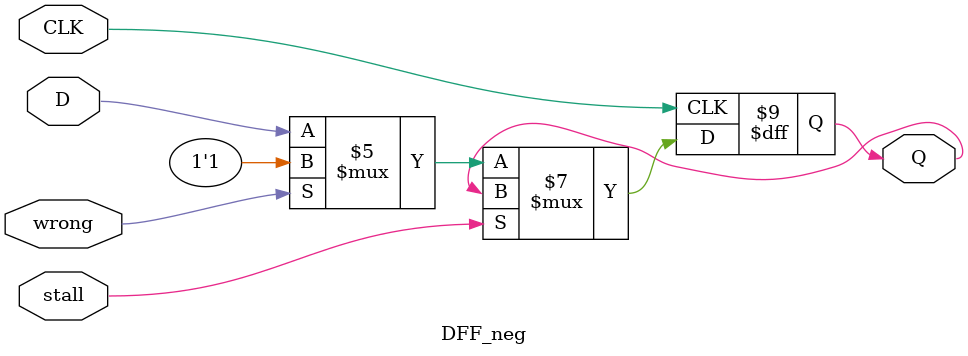
<source format=v>
module DFF #(parameter SIZE = 1) (
	input wire [SIZE-1:0] D,
	input wire CLK,
	input wire wrong,
	input wire stall,
	output reg [SIZE-1:0] Q=0
	);

	always @(posedge CLK) begin
		if (!stall) begin
			if(wrong) begin
				Q <= {SIZE{1'b0}};
			end
			else Q <= D; 
		end
	end 
endmodule

module DFF_neg #(parameter SIZE = 1) (
	input wire [SIZE-1:0] D,
	input wire CLK,
	input wire wrong,
	input wire stall,
	output reg [SIZE-1:0] Q=0
	);

	always @(posedge CLK) begin
		if (!stall) begin
			if(wrong) begin
				Q <= {SIZE{1'b1}};
			end
			else Q <= D; 
		end
	end 
endmodule
</source>
